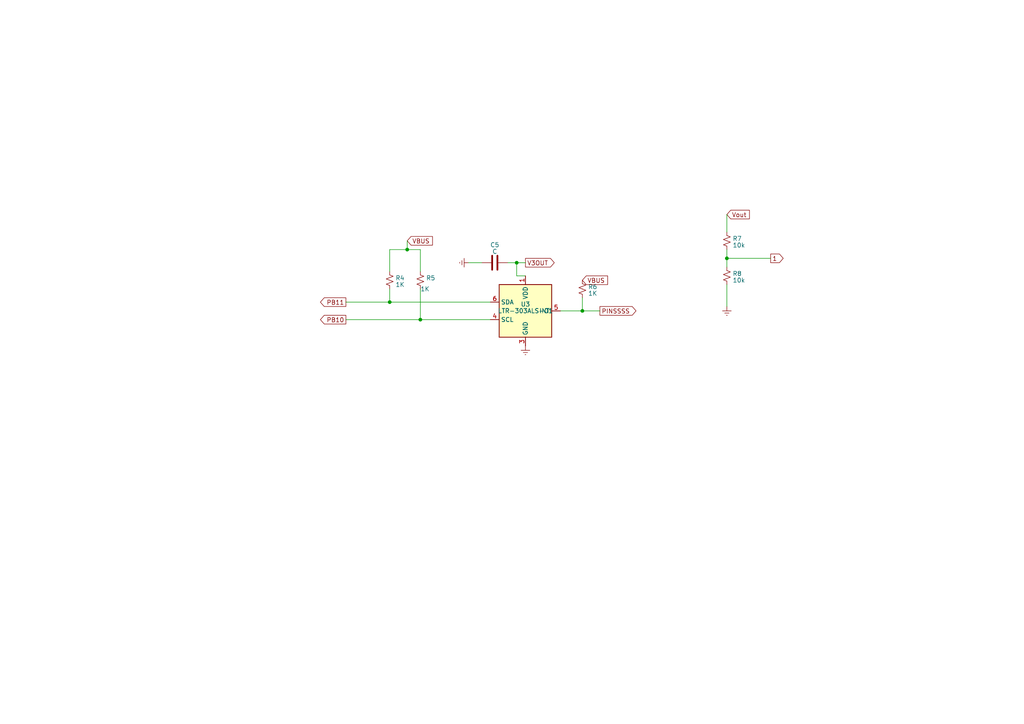
<source format=kicad_sch>
(kicad_sch (version 20230121) (generator eeschema)
  (paper "A4")
  (lib_symbols
    (symbol "Device:C" (pin_numbers hide) (pin_names (offset 0.254))
      (property "Reference" "C" (at 0.635 2.54 0))
      (property "Value" "C" (at 0.635 -2.54 0))
      (symbol "C_0_1"
        (polyline (pts (xy -2.032 -0.762) (xy 2.032 -0.762)) (stroke (width 0.508)))
        (polyline (pts (xy -2.032 0.762) (xy 2.032 0.762)) (stroke (width 0.508)))
      )
      (symbol "C_1_1"
        (pin passive line (at 0 3.81 270) (length 2.794) (name "~") (number "1"))
        (pin passive line (at 0 -3.81 90) (length 2.794) (name "~") (number "2"))
      )
    )
    (symbol "Device:R_Small_US" (pin_numbers hide) (pin_names (offset 0.254) hide)
      (property "Reference" "R" (at 0.762 0.508 0))
      (property "Value" "R_Small_US" (at 0.762 -1.016 0))
      (symbol "R_Small_US_1_1"
        (polyline (pts (xy 0 0) (xy 1.016 -0.381) (xy 0 -0.762) (xy -1.016 -1.143) (xy 0 -1.524)))
        (polyline (pts (xy 0 1.524) (xy 1.016 1.143) (xy 0 0.762) (xy -1.016 0.381) (xy 0 0)))
        (pin passive line (at 0 2.54 270) (length 1.016) (name "~") (number "1"))
        (pin passive line (at 0 -2.54 90) (length 1.016) (name "~") (number "2"))
      )
    )
    (symbol "Sensor_Optical:LTR-303ALS-01"
      (property "Reference" "U" (at -7.62 8.89 0))
      (property "Value" "LTR-303ALS-01" (at 1.27 8.89 0))
      (symbol "LTR-303ALS-01_0_1"
        (rectangle (start -7.62 7.62) (end 7.62 -7.62) (stroke (width 0.254)) (fill (type background)))
      )
      (symbol "LTR-303ALS-01_1_1"
        (pin power_in line (at 0 10.16 270) (length 2.54) (name "VDD") (number "1"))
        (pin no_connect line (at 2.54 0 180) (length 2.54) hide (name "NC") (number "2"))
        (pin power_in line (at 0 -10.16 90) (length 2.54) (name "GND") (number "3"))
        (pin input line (at -10.16 -2.54 0) (length 2.54) (name "SCL") (number "4"))
        (pin open_collector line (at 10.16 0 180) (length 2.54) (name "INT") (number "5"))
        (pin bidirectional line (at -10.16 2.54 0) (length 2.54) (name "SDA") (number "6"))
      )
    )
    (symbol "power:Earth" (power) (pin_names (offset 0))
      (symbol "Earth_0_1"
        (polyline (pts (xy -0.635 -1.905) (xy 0.635 -1.905)))
        (polyline (pts (xy -0.127 -2.54) (xy 0.127 -2.54)))
        (polyline (pts (xy 0 -1.27) (xy 0 0)))
        (polyline (pts (xy 1.27 -1.27) (xy -1.27 -1.27)))
      )
      (symbol "Earth_1_1"
        (pin power_in line (at 0 0 270) (length 0) hide (name "Earth") (number "1"))
      )
    )
  )
  (junction (at 118.11 72.39))
  (junction (at 121.92 92.71))
  (junction (at 168.91 90.17))
  (junction (at 113.03 87.63))
  (junction (at 210.82 74.93))
  (junction (at 149.86 76.2))
  (wire (pts (xy 118.11 72.39) (xy 121.92 72.39)))
  (wire (pts (xy 100.33 92.71) (xy 121.92 92.71)))
  (wire (pts (xy 100.33 87.63) (xy 113.03 87.63)))
  (wire (pts (xy 121.92 83.82) (xy 121.92 92.71)))
  (wire (pts (xy 113.03 72.39) (xy 118.11 72.39)))
  (wire (pts (xy 210.82 62.23) (xy 210.82 67.31)))
  (wire (pts (xy 149.86 80.01) (xy 149.86 76.2)))
  (wire (pts (xy 118.11 69.85) (xy 118.11 72.39)))
  (wire (pts (xy 210.82 82.55) (xy 210.82 88.9)))
  (wire (pts (xy 135.89 76.2) (xy 139.7 76.2)))
  (wire (pts (xy 210.82 72.39) (xy 210.82 74.93)))
  (wire (pts (xy 113.03 78.74) (xy 113.03 72.39)))
  (wire (pts (xy 113.03 83.82) (xy 113.03 87.63)))
  (wire (pts (xy 121.92 92.71) (xy 142.24 92.71)))
  (wire (pts (xy 152.4 80.01) (xy 149.86 80.01)))
  (wire (pts (xy 168.91 90.17) (xy 173.99 90.17)))
  (wire (pts (xy 168.91 90.17) (xy 162.56 90.17)))
  (wire (pts (xy 147.32 76.2) (xy 149.86 76.2)))
  (wire (pts (xy 210.82 74.93) (xy 210.82 77.47)))
  (wire (pts (xy 121.92 72.39) (xy 121.92 78.74)))
  (wire (pts (xy 168.91 86.36) (xy 168.91 90.17)))
  (wire (pts (xy 149.86 76.2) (xy 152.4 76.2)))
  (wire (pts (xy 113.03 87.63) (xy 142.24 87.63)))
  (wire (pts (xy 210.82 74.93) (xy 223.52 74.93)))
  (global_label "PB10" (shape output) (at 100.33 92.71 180) (property "Intersheetrefs" "${INTERSHEET_REFS}" (effects hide)))
  (global_label "VBUS" (shape input) (at 118.11 69.85 0) (property "Intersheetrefs" "${INTERSHEET_REFS}" (effects hide)))
  (global_label "1" (shape output) (at 223.52 74.93 0) (property "Intersheetrefs" "${INTERSHEET_REFS}" (effects hide)))
  (global_label "Vout" (shape input) (at 210.82 62.23 0) (property "Intersheetrefs" "${INTERSHEET_REFS}" (effects hide)))
  (global_label "V3OUT" (shape output) (at 152.4 76.2 0) (property "Intersheetrefs" "${INTERSHEET_REFS}" (effects hide)))
  (global_label "VBUS" (shape input) (at 168.91 81.28 0) (property "Intersheetrefs" "${INTERSHEET_REFS}" (effects hide)))
  (global_label "PB11" (shape output) (at 100.33 87.63 180) (property "Intersheetrefs" "${INTERSHEET_REFS}" (effects hide)))
  (global_label "PINSSSS" (shape output) (at 173.99 90.17 0) (property "Intersheetrefs" "${INTERSHEET_REFS}" (effects hide)))
  (symbol (lib_id "power:Earth") (at 135.89 76.2 270) (unit 1)
    (property "Reference" "#PWR07" (effects hide))
    (property "Value" "Earth" (effects hide))
  )
  (symbol (lib_id "Device:R_Small_US") (at 113.03 81.28 0) (unit 1)
    (property "Reference" "R4" (at 114.681 80.6363 0) (effects (justify left)))
    (property "Value" "1K" (at 114.681 82.5573 0) (effects (justify left)))
  )
  (symbol (lib_id "power:Earth") (at 210.82 88.9 0) (unit 1)
    (property "Reference" "#PWR08" (effects hide))
    (property "Value" "Earth" (effects hide))
  )
  (symbol (lib_id "Device:R_Small_US") (at 121.92 81.28 0) (unit 1)
    (property "Reference" "R5" (at 123.571 80.6363 0) (effects (justify left)))
    (property "Value" "1K" (at 121.92 83.82 0) (effects (justify left)))
  )
  (symbol (lib_id "Device:R_Small_US") (at 168.91 83.82 0) (unit 1)
    (property "Reference" "R6" (at 170.561 83.1763 0) (effects (justify left)))
    (property "Value" "1K" (at 170.561 85.0973 0) (effects (justify left)))
  )
  (symbol (lib_id "power:Earth") (at 152.4 100.33 0) (unit 1)
    (property "Reference" "#PWR06" (effects hide))
    (property "Value" "Earth" (effects hide))
  )
  (symbol (lib_id "Device:C") (at 143.51 76.2 90) (unit 1)
    (property "Reference" "C5" (at 143.51 71.0311 90))
    (property "Value" "C" (at 143.51 72.9521 90))
  )
  (symbol (lib_id "Device:R_Small_US") (at 210.82 69.85 180) (unit 1)
    (property "Reference" "R7" (at 212.471 69.2063 0) (effects (justify right)))
    (property "Value" "10k" (at 212.471 71.1273 0) (effects (justify right)))
  )
  (symbol (lib_id "Device:R_Small_US") (at 210.82 80.01 180) (unit 1)
    (property "Reference" "R8" (at 212.471 79.3663 0) (effects (justify right)))
    (property "Value" "10k" (at 212.471 81.2873 0) (effects (justify right)))
  )
  (symbol (lib_id "Sensor_Optical:LTR-303ALS-01") (at 152.4 90.17 0) (unit 1)
    (property "Reference" "U3" (at 152.4 88.249 0))
    (property "Value" "LTR-303ALS-01" (at 152.4 90.17 0))
    (property "Footprint" "OptoDevice:Lite-On_LTR-303ALS-01" (effects hide))
    (property "Datasheet" "http://optoelectronics.liteon.com/upload/download/DS86-2013-0004/LTR-303ALS-01_DS_V1.pdf" (effects hide))
  )
)
</source>
